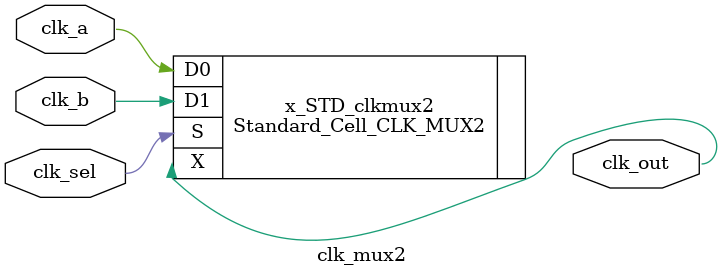
<source format=v>
/*
Copyright (c) 2019 Alibaba Group Holding Limited

Permission is hereby granted, free of charge, to any person obtaining a copy of this software and associated documentation files (the "Software"), to deal in the Software without restriction, including without limitation the rights to use, copy, modify, merge, publish, distribute, sublicense, and/or sell copies of the Software, and to permit persons to whom the Software is furnished to do so, subject to the following conditions:

The above copyright notice and this permission notice shall be included in all copies or substantial portions of the Software.

THE SOFTWARE IS PROVIDED "AS IS", WITHOUT WARRANTY OF ANY KIND, EXPRESS OR IMPLIED, INCLUDING BUT NOT LIMITED TO THE WARRANTIES OF MERCHANTABILITY, FITNESS FOR A PARTICULAR PURPOSE AND NONINFRINGEMENT. IN NO EVENT SHALL THE AUTHORS OR COPYRIGHT HOLDERS BE LIABLE FOR ANY CLAIM, DAMAGES OR OTHER LIABILITY, WHETHER IN AN ACTION OF CONTRACT, TORT OR OTHERWISE, ARISING FROM, OUT OF OR IN CONNECTION WITH THE SOFTWARE OR THE USE OR OTHER DEALINGS IN THE SOFTWARE.

*/
module clk_mux2(
clk_sel,
clk_a,
clk_b,
clk_out
);
input	clk_sel;
input	clk_a;
input	clk_b;
output	clk_out;
wire	clk_sel;
wire	clk_a;
wire	clk_b;
`ifdef FPGA
reg 	clk_out;
always @( clk_sel or  clk_a or clk_b)
begin
  case(clk_sel) // synopsys infer_mux
    1'b1: clk_out = clk_b;
    1'b0: clk_out = clk_a;
  endcase
end
`else
wire	clk_out;
Standard_Cell_CLK_MUX2 x_STD_clkmux2 (
	.D0	(clk_a),
	.D1	(clk_b),
	.S	(clk_sel),
	.X	(clk_out)
	);
`endif
endmodule

</source>
